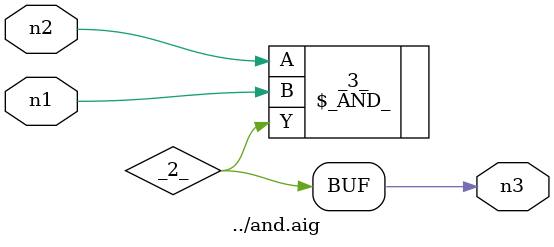
<source format=v>
/* Generated by Yosys 0.8+498 (git sha1 296ecde6, gcc 7.4.0-1ubuntu1~18.04 -fPIC -Os) */

module \../and.aig (n1, n2, n3);
  wire _0_;
  wire _1_;
  wire _2_;
  input n1;
  input n2;
  output n3;
  \$_AND_  _3_ (
    .A(_1_),
    .B(_0_),
    .Y(_2_)
  );
  assign _1_ = n2;
  assign _0_ = n1;
  assign n3 = _2_;
endmodule

</source>
